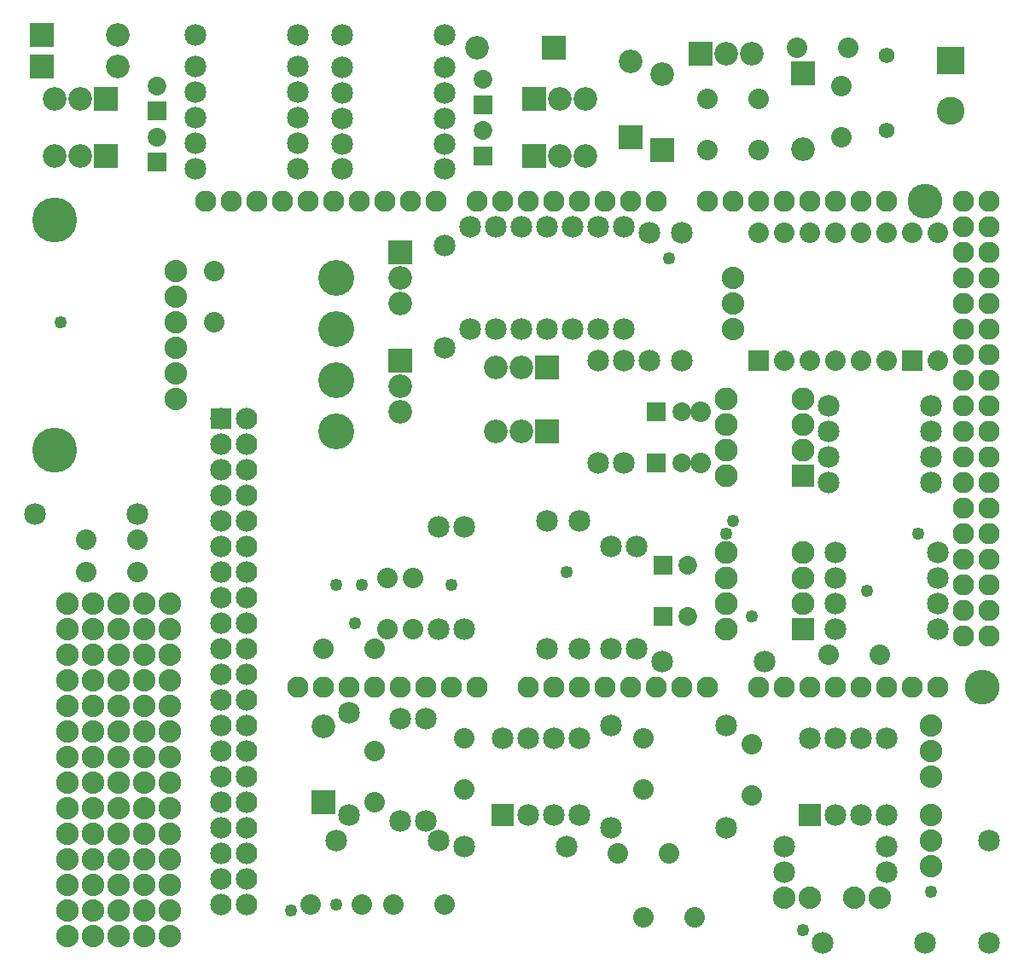
<source format=gbs>
G04 MADE WITH FRITZING*
G04 WWW.FRITZING.ORG*
G04 DOUBLE SIDED*
G04 HOLES PLATED*
G04 CONTOUR ON CENTER OF CONTOUR VECTOR*
%ASAXBY*%
%FSLAX23Y23*%
%MOIN*%
%OFA0B0*%
%SFA1.0B1.0*%
%ADD10C,0.085000*%
%ADD11C,0.088000*%
%ADD12C,0.140000*%
%ADD13C,0.049370*%
%ADD14C,0.080000*%
%ADD15C,0.084000*%
%ADD16C,0.082917*%
%ADD17C,0.135984*%
%ADD18C,0.175354*%
%ADD19C,0.092000*%
%ADD20C,0.061496*%
%ADD21C,0.089370*%
%ADD22C,0.072992*%
%ADD23C,0.109055*%
%ADD24R,0.085000X0.085000*%
%ADD25R,0.080000X0.080000*%
%ADD26R,0.084000X0.084000*%
%ADD27R,0.092000X0.092000*%
%ADD28R,0.089370X0.089370*%
%ADD29R,0.072992X0.072992*%
%ADD30R,0.109055X0.109055*%
%LNMASK0*%
G90*
G70*
G54D10*
X3791Y228D03*
X3791Y628D03*
X3141Y228D03*
X3541Y228D03*
G54D11*
X191Y1553D03*
X191Y1453D03*
X191Y1353D03*
X191Y1253D03*
X191Y1153D03*
X191Y1053D03*
X191Y953D03*
X191Y853D03*
X191Y753D03*
X191Y653D03*
X191Y553D03*
X191Y453D03*
X191Y353D03*
X191Y253D03*
X491Y1553D03*
X491Y1453D03*
X491Y1353D03*
X491Y1253D03*
X491Y1153D03*
X491Y1053D03*
X491Y953D03*
X491Y853D03*
X491Y753D03*
X491Y653D03*
X491Y553D03*
X491Y453D03*
X491Y353D03*
X491Y253D03*
X491Y1553D03*
X491Y1453D03*
X491Y1353D03*
X491Y1253D03*
X491Y1153D03*
X491Y1053D03*
X491Y953D03*
X491Y853D03*
X491Y753D03*
X491Y653D03*
X491Y553D03*
X491Y453D03*
X491Y353D03*
X491Y253D03*
X591Y253D03*
X591Y353D03*
X591Y453D03*
X591Y553D03*
X591Y653D03*
X591Y753D03*
X591Y853D03*
X591Y953D03*
X591Y1053D03*
X591Y1153D03*
X591Y1253D03*
X591Y1353D03*
X591Y1453D03*
X591Y1553D03*
X291Y1553D03*
X291Y1453D03*
X291Y1353D03*
X291Y1253D03*
X291Y1153D03*
X291Y1053D03*
X291Y953D03*
X291Y853D03*
X291Y753D03*
X291Y653D03*
X291Y553D03*
X291Y453D03*
X291Y353D03*
X291Y253D03*
X291Y1553D03*
X291Y1453D03*
X291Y1353D03*
X291Y1253D03*
X291Y1153D03*
X291Y1053D03*
X291Y953D03*
X291Y853D03*
X291Y753D03*
X291Y653D03*
X291Y553D03*
X291Y453D03*
X291Y353D03*
X291Y253D03*
X391Y253D03*
X391Y353D03*
X391Y453D03*
X391Y553D03*
X391Y653D03*
X391Y753D03*
X391Y853D03*
X391Y953D03*
X391Y1053D03*
X391Y1153D03*
X391Y1253D03*
X391Y1353D03*
X391Y1453D03*
X391Y1553D03*
G54D10*
X1891Y728D03*
X1891Y1028D03*
X1991Y728D03*
X1991Y1028D03*
X2091Y728D03*
X2091Y1028D03*
X2191Y728D03*
X2191Y1028D03*
G54D12*
X1241Y2628D03*
X1241Y2828D03*
X1241Y2428D03*
X1241Y2228D03*
G54D13*
X1316Y1478D03*
X3316Y1603D03*
X2866Y1503D03*
X2141Y1678D03*
X1691Y1628D03*
X1241Y378D03*
X1066Y353D03*
X166Y2653D03*
X3566Y428D03*
X2541Y2903D03*
X3066Y278D03*
X2791Y1878D03*
X2766Y1828D03*
X1241Y1628D03*
X1341Y1628D03*
G54D14*
X3591Y3003D03*
X3591Y2503D03*
X3491Y3003D03*
X3491Y2503D03*
X3391Y3003D03*
X3391Y2503D03*
X3291Y3003D03*
X3291Y2503D03*
X3191Y3003D03*
X3191Y2503D03*
X3091Y3003D03*
X3091Y2503D03*
X2991Y3003D03*
X2991Y2503D03*
X2891Y3003D03*
X2891Y2503D03*
G54D13*
X3516Y1828D03*
G54D10*
X3091Y728D03*
X3091Y1028D03*
X3191Y728D03*
X3191Y1028D03*
X3291Y728D03*
X3291Y1028D03*
X3391Y728D03*
X3391Y1028D03*
G54D15*
X891Y2278D03*
X891Y2178D03*
X891Y2078D03*
X891Y1978D03*
X891Y1878D03*
X891Y1778D03*
X891Y1678D03*
X891Y1578D03*
X891Y1478D03*
X891Y1378D03*
X891Y1278D03*
X891Y1178D03*
X891Y1078D03*
X891Y978D03*
X891Y878D03*
X891Y778D03*
X891Y678D03*
X891Y578D03*
X891Y478D03*
X891Y378D03*
X791Y2278D03*
X791Y2178D03*
X791Y2078D03*
X791Y1978D03*
X791Y1878D03*
X791Y1778D03*
X791Y1678D03*
X791Y1578D03*
X791Y1478D03*
X791Y1378D03*
X791Y1278D03*
X791Y1178D03*
X791Y1078D03*
X791Y978D03*
X791Y878D03*
X791Y778D03*
X791Y678D03*
X791Y578D03*
X791Y478D03*
X791Y378D03*
G54D16*
X2991Y1228D03*
X1391Y1228D03*
X3091Y1228D03*
X3191Y1228D03*
X3291Y1228D03*
X3391Y1228D03*
X3691Y2628D03*
X3491Y1228D03*
X3591Y1228D03*
X1431Y3128D03*
X1991Y1228D03*
X2091Y1228D03*
X2191Y1228D03*
X2291Y1228D03*
X3691Y1828D03*
X2391Y1228D03*
X2491Y1228D03*
X2591Y1228D03*
X2691Y1228D03*
X2191Y3128D03*
X3691Y3028D03*
X3691Y2228D03*
X3691Y1428D03*
X1031Y3128D03*
X1791Y1228D03*
X1791Y3128D03*
X3691Y2828D03*
X3691Y2428D03*
X3691Y2028D03*
X3391Y3128D03*
X3691Y1628D03*
X3291Y3128D03*
X3191Y3128D03*
X3091Y3128D03*
X2991Y3128D03*
X2891Y3128D03*
X2791Y3128D03*
X2691Y3128D03*
X831Y3128D03*
X1231Y3128D03*
X1631Y3128D03*
X1191Y1228D03*
X1591Y1228D03*
X2391Y3128D03*
X1991Y3128D03*
X3691Y3128D03*
X3691Y2928D03*
X3691Y2728D03*
X3691Y2528D03*
X3691Y2328D03*
X3691Y2128D03*
X3691Y1928D03*
X3691Y1728D03*
X3691Y1528D03*
X731Y3128D03*
X931Y3128D03*
X1131Y3128D03*
X1331Y3128D03*
X1531Y3128D03*
X1091Y1228D03*
X1291Y1228D03*
X1491Y1228D03*
X1691Y1228D03*
X2491Y3128D03*
X2291Y3128D03*
X2091Y3128D03*
X1891Y3128D03*
X3791Y3128D03*
X3791Y3028D03*
X3791Y2928D03*
X3791Y2828D03*
X3791Y2728D03*
X3791Y2628D03*
X3791Y2528D03*
X3791Y2428D03*
X3791Y2328D03*
X3791Y2228D03*
X3791Y2128D03*
X3791Y2028D03*
X3791Y1928D03*
X3791Y1828D03*
X3791Y1728D03*
X3791Y1628D03*
X3791Y1528D03*
X3791Y1428D03*
X2891Y1228D03*
G54D17*
X3766Y1228D03*
X3541Y3128D03*
G54D18*
X141Y3053D03*
G54D19*
X1491Y2503D03*
X1491Y2403D03*
X1491Y2303D03*
X2066Y2478D03*
X1966Y2478D03*
X1866Y2478D03*
X1491Y2928D03*
X1491Y2828D03*
X1491Y2728D03*
X2066Y2228D03*
X1966Y2228D03*
X1866Y2228D03*
G54D14*
X1191Y1378D03*
X1391Y1378D03*
G54D10*
X1291Y728D03*
X1291Y1128D03*
G54D19*
X2516Y3328D03*
X2516Y3626D03*
G54D10*
X466Y1903D03*
X66Y1903D03*
G54D18*
X141Y2153D03*
G54D11*
X616Y2853D03*
X616Y2753D03*
X616Y2653D03*
X616Y2553D03*
X616Y2453D03*
X616Y2353D03*
X3566Y528D03*
X3566Y628D03*
X3566Y728D03*
X3566Y1078D03*
X3566Y978D03*
X3566Y878D03*
X2791Y2828D03*
X2791Y2728D03*
X2791Y2628D03*
G54D10*
X2991Y603D03*
X3391Y603D03*
X2991Y503D03*
X3391Y503D03*
G54D11*
X2991Y403D03*
X3091Y403D03*
X3266Y403D03*
X3366Y403D03*
G54D10*
X3591Y1453D03*
X3191Y1453D03*
X2366Y3028D03*
X2366Y2628D03*
X2266Y3028D03*
X2266Y2628D03*
X3566Y2028D03*
X3166Y2028D03*
X3591Y1753D03*
X3191Y1753D03*
X2166Y3028D03*
X2166Y2628D03*
X1666Y2953D03*
X1666Y2553D03*
X3566Y2328D03*
X3166Y2328D03*
G54D19*
X2666Y3703D03*
X2766Y3703D03*
X2866Y3703D03*
G54D14*
X3041Y3728D03*
X3241Y3728D03*
X2891Y3528D03*
X2891Y3328D03*
X3216Y3378D03*
X3216Y3578D03*
X2691Y3528D03*
X2691Y3328D03*
G54D19*
X3066Y3628D03*
X3066Y3330D03*
G54D20*
X3391Y3403D03*
X3391Y3698D03*
G54D21*
X3066Y1453D03*
X2766Y1453D03*
X3066Y1553D03*
X2766Y1553D03*
X3066Y1653D03*
X2766Y1653D03*
X3066Y1753D03*
X2766Y1753D03*
X3066Y2053D03*
X2766Y2053D03*
X3066Y2153D03*
X2766Y2153D03*
X3066Y2253D03*
X2766Y2253D03*
X3066Y2353D03*
X2766Y2353D03*
G54D10*
X3591Y1553D03*
X3191Y1553D03*
X1866Y3028D03*
X1866Y2628D03*
X1966Y3028D03*
X1966Y2628D03*
X3566Y2128D03*
X3166Y2128D03*
X3591Y1653D03*
X3191Y1653D03*
X2066Y3028D03*
X2066Y2628D03*
X1766Y3028D03*
X1766Y2628D03*
X3566Y2228D03*
X3166Y2228D03*
G54D14*
X3366Y1353D03*
X3166Y1353D03*
G54D10*
X2066Y1378D03*
X2066Y1878D03*
G54D14*
X2666Y2103D03*
X2666Y2303D03*
G54D10*
X2591Y2503D03*
X2591Y3003D03*
X2191Y1878D03*
X2191Y1378D03*
X2466Y3003D03*
X2466Y2503D03*
X2416Y1778D03*
X2416Y1378D03*
X2266Y2103D03*
X2266Y2503D03*
X2316Y1778D03*
X2316Y1378D03*
X2366Y2103D03*
X2366Y2503D03*
G54D22*
X2518Y1703D03*
X2616Y1703D03*
X2493Y2303D03*
X2591Y2303D03*
X2518Y1503D03*
X2616Y1503D03*
X2493Y2103D03*
X2591Y2103D03*
G54D10*
X1741Y1853D03*
X1741Y1453D03*
X2141Y603D03*
X1741Y603D03*
X1641Y628D03*
X1241Y628D03*
G54D14*
X1741Y828D03*
X1741Y1028D03*
X1666Y378D03*
X1466Y378D03*
X1391Y778D03*
X1391Y978D03*
X1341Y378D03*
X1141Y378D03*
G54D10*
X1591Y703D03*
X1591Y1103D03*
X1491Y703D03*
X1491Y1103D03*
G54D19*
X1191Y778D03*
X1191Y1076D03*
G54D14*
X2866Y803D03*
X2866Y1003D03*
X266Y1678D03*
X466Y1678D03*
X2441Y828D03*
X2441Y1028D03*
X766Y2853D03*
X766Y2653D03*
X266Y1803D03*
X466Y1803D03*
X2341Y578D03*
X2541Y578D03*
X2641Y328D03*
X2441Y328D03*
G54D10*
X2766Y678D03*
X2766Y1078D03*
X2316Y678D03*
X2316Y1078D03*
X2916Y1328D03*
X2516Y1328D03*
G54D14*
X1441Y1453D03*
X1441Y1653D03*
X1541Y1653D03*
X1541Y1453D03*
G54D10*
X1641Y1853D03*
X1641Y1453D03*
X1091Y3253D03*
X691Y3253D03*
X1266Y3253D03*
X1666Y3253D03*
X1091Y3553D03*
X691Y3553D03*
X1265Y3552D03*
X1665Y3552D03*
G54D22*
X542Y3281D03*
X542Y3379D03*
X1816Y3305D03*
X1816Y3403D03*
X542Y3481D03*
X542Y3579D03*
X1816Y3505D03*
X1816Y3603D03*
G54D19*
X91Y3653D03*
X389Y3653D03*
X2091Y3728D03*
X1793Y3728D03*
X91Y3778D03*
X389Y3778D03*
X2391Y3378D03*
X2391Y3676D03*
X341Y3303D03*
X241Y3303D03*
X141Y3303D03*
X2016Y3303D03*
X2116Y3303D03*
X2216Y3303D03*
X342Y3529D03*
X242Y3529D03*
X142Y3529D03*
X2016Y3528D03*
X2116Y3528D03*
X2216Y3528D03*
G54D10*
X1091Y3353D03*
X691Y3353D03*
X1265Y3352D03*
X1665Y3352D03*
X1091Y3653D03*
X691Y3653D03*
X1265Y3652D03*
X1665Y3652D03*
X1091Y3453D03*
X691Y3453D03*
X1265Y3452D03*
X1665Y3452D03*
X1091Y3778D03*
X691Y3778D03*
X1266Y3778D03*
X1666Y3778D03*
G54D23*
X3641Y3678D03*
X3641Y3481D03*
G54D24*
X1891Y728D03*
G54D25*
X2891Y2503D03*
X3491Y2503D03*
G54D24*
X3091Y728D03*
G54D26*
X791Y2278D03*
G54D27*
X1491Y2503D03*
X2066Y2478D03*
X1491Y2928D03*
X2066Y2228D03*
X2516Y3327D03*
X2666Y3703D03*
X3066Y3629D03*
G54D28*
X3066Y1453D03*
X3066Y2053D03*
G54D29*
X2518Y1703D03*
X2493Y2303D03*
X2518Y1503D03*
X2493Y2103D03*
G54D27*
X1191Y777D03*
G54D29*
X542Y3281D03*
X1816Y3305D03*
X542Y3481D03*
X1816Y3505D03*
G54D27*
X90Y3653D03*
X2092Y3728D03*
X90Y3778D03*
X2391Y3377D03*
X341Y3303D03*
X2016Y3303D03*
X342Y3529D03*
X2016Y3528D03*
G54D30*
X3641Y3678D03*
G04 End of Mask0*
M02*
</source>
